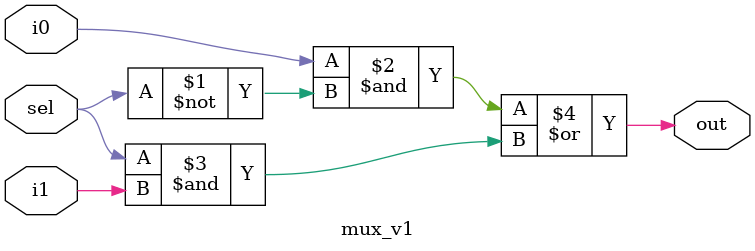
<source format=v>
module mux_v1 (i0,i1,sel,out);
input i0,i1,sel;
output out;
assign out = (i0&(~sel)) | (sel & i1);

endmodule

</source>
